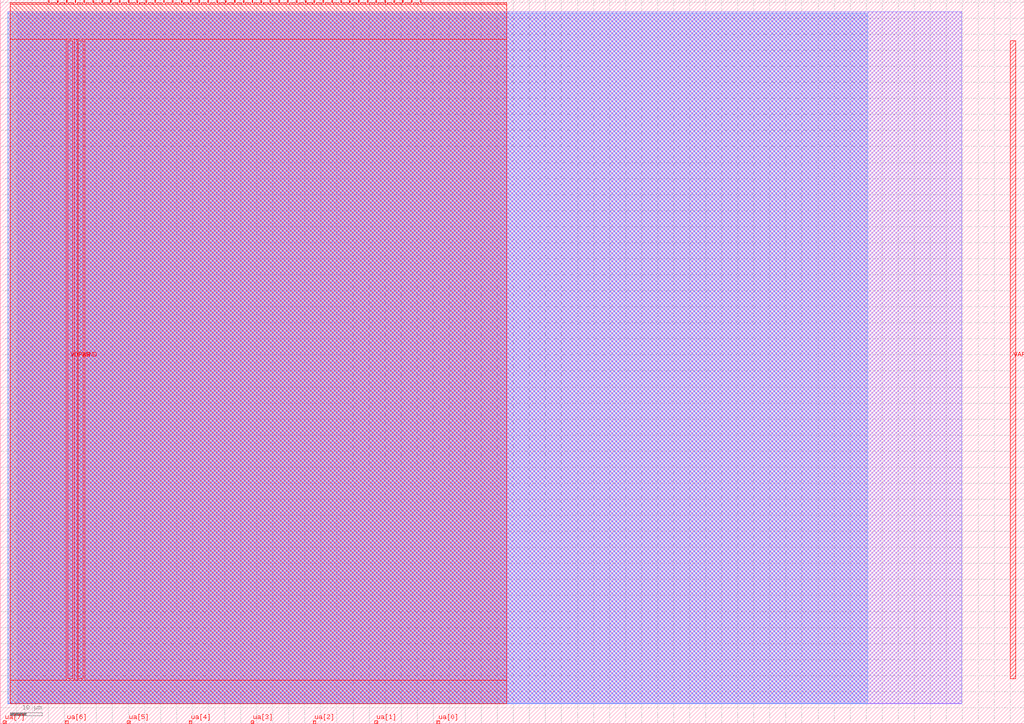
<source format=lef>
VERSION 5.7 ;
  NOWIREEXTENSIONATPIN ON ;
  DIVIDERCHAR "/" ;
  BUSBITCHARS "[]" ;
MACRO tt_um_tt08_aicd_playground
  CLASS BLOCK ;
  FOREIGN tt_um_tt08_aicd_playground ;
  ORIGIN 0.000 0.000 ;
  SIZE 319.240 BY 225.760 ;
  PIN VDPWR
    ANTENNAGATEAREA 1284.387451 ;
    ANTENNADIFFAREA 1983.205566 ;
    PORT
      LAYER met4 ;
        RECT 21.040 13.960 22.640 213.000 ;
    END
  END VDPWR
  PIN VGND
    USE GROUND ;
    PORT
      LAYER met4 ;
        RECT 24.340 13.960 25.940 213.000 ;
    END
  END VGND
  PIN VAPWR
    PORT
      LAYER met4 ;
        RECT 315.000 13.960 316.600 213.000 ;
    END
  END VAPWR
  PIN clk
    ANTENNAGATEAREA 0.852000 ;
    PORT
      LAYER met4 ;
        RECT 128.190 224.760 128.490 225.760 ;
    END
  END clk
  PIN ena
    PORT
      LAYER met4 ;
        RECT 130.950 224.760 131.250 225.760 ;
    END
  END ena
  PIN rst_n
    ANTENNAGATEAREA 0.196500 ;
    PORT
      LAYER met4 ;
        RECT 125.430 224.760 125.730 225.760 ;
    END
  END rst_n
  PIN ua[0]
    PORT
      LAYER met4 ;
        RECT 136.170 0.000 137.070 1.000 ;
    END
  END ua[0]
  PIN ua[1]
    PORT
      LAYER met4 ;
        RECT 116.850 0.000 117.750 1.000 ;
    END
  END ua[1]
  PIN ua[2]
    PORT
      LAYER met4 ;
        RECT 97.530 0.000 98.430 1.000 ;
    END
  END ua[2]
  PIN ua[3]
    PORT
      LAYER met4 ;
        RECT 78.210 0.000 79.110 1.000 ;
    END
  END ua[3]
  PIN ua[4]
    PORT
      LAYER met4 ;
        RECT 58.890 0.000 59.790 1.000 ;
    END
  END ua[4]
  PIN ua[5]
    PORT
      LAYER met4 ;
        RECT 39.570 0.000 40.470 1.000 ;
    END
  END ua[5]
  PIN ua[6]
    PORT
      LAYER met4 ;
        RECT 20.250 0.000 21.150 1.000 ;
    END
  END ua[6]
  PIN ua[7]
    PORT
      LAYER met4 ;
        RECT 0.930 0.000 1.830 1.000 ;
    END
  END ua[7]
  PIN ui_in[0]
    ANTENNAGATEAREA 0.196500 ;
    PORT
      LAYER met4 ;
        RECT 122.670 224.760 122.970 225.760 ;
    END
  END ui_in[0]
  PIN ui_in[1]
    PORT
      LAYER met4 ;
        RECT 119.910 224.760 120.210 225.760 ;
    END
  END ui_in[1]
  PIN ui_in[2]
    PORT
      LAYER met4 ;
        RECT 117.150 224.760 117.450 225.760 ;
    END
  END ui_in[2]
  PIN ui_in[3]
    PORT
      LAYER met4 ;
        RECT 114.390 224.760 114.690 225.760 ;
    END
  END ui_in[3]
  PIN ui_in[4]
    PORT
      LAYER met4 ;
        RECT 111.630 224.760 111.930 225.760 ;
    END
  END ui_in[4]
  PIN ui_in[5]
    PORT
      LAYER met4 ;
        RECT 108.870 224.760 109.170 225.760 ;
    END
  END ui_in[5]
  PIN ui_in[6]
    PORT
      LAYER met4 ;
        RECT 106.110 224.760 106.410 225.760 ;
    END
  END ui_in[6]
  PIN ui_in[7]
    PORT
      LAYER met4 ;
        RECT 103.350 224.760 103.650 225.760 ;
    END
  END ui_in[7]
  PIN uio_in[0]
    ANTENNAGATEAREA 0.196500 ;
    PORT
      LAYER met4 ;
        RECT 100.590 224.760 100.890 225.760 ;
    END
  END uio_in[0]
  PIN uio_in[1]
    PORT
      LAYER met4 ;
        RECT 97.830 224.760 98.130 225.760 ;
    END
  END uio_in[1]
  PIN uio_in[2]
    PORT
      LAYER met4 ;
        RECT 95.070 224.760 95.370 225.760 ;
    END
  END uio_in[2]
  PIN uio_in[3]
    ANTENNAGATEAREA 0.196500 ;
    PORT
      LAYER met4 ;
        RECT 92.310 224.760 92.610 225.760 ;
    END
  END uio_in[3]
  PIN uio_in[4]
    PORT
      LAYER met4 ;
        RECT 89.550 224.760 89.850 225.760 ;
    END
  END uio_in[4]
  PIN uio_in[5]
    PORT
      LAYER met4 ;
        RECT 86.790 224.760 87.090 225.760 ;
    END
  END uio_in[5]
  PIN uio_in[6]
    PORT
      LAYER met4 ;
        RECT 84.030 224.760 84.330 225.760 ;
    END
  END uio_in[6]
  PIN uio_in[7]
    PORT
      LAYER met4 ;
        RECT 81.270 224.760 81.570 225.760 ;
    END
  END uio_in[7]
  PIN uio_oe[0]
    ANTENNADIFFAREA 0.445500 ;
    PORT
      LAYER met4 ;
        RECT 34.350 224.760 34.650 225.760 ;
    END
  END uio_oe[0]
  PIN uio_oe[1]
    ANTENNADIFFAREA 0.445500 ;
    PORT
      LAYER met4 ;
        RECT 31.590 224.760 31.890 225.760 ;
    END
  END uio_oe[1]
  PIN uio_oe[2]
    ANTENNADIFFAREA 0.445500 ;
    PORT
      LAYER met4 ;
        RECT 28.830 224.760 29.130 225.760 ;
    END
  END uio_oe[2]
  PIN uio_oe[3]
    ANTENNADIFFAREA 0.445500 ;
    PORT
      LAYER met4 ;
        RECT 26.070 224.760 26.370 225.760 ;
    END
  END uio_oe[3]
  PIN uio_oe[4]
    ANTENNADIFFAREA 0.445500 ;
    PORT
      LAYER met4 ;
        RECT 23.310 224.760 23.610 225.760 ;
    END
  END uio_oe[4]
  PIN uio_oe[5]
    ANTENNADIFFAREA 0.445500 ;
    PORT
      LAYER met4 ;
        RECT 20.550 224.760 20.850 225.760 ;
    END
  END uio_oe[5]
  PIN uio_oe[6]
    ANTENNADIFFAREA 0.445500 ;
    PORT
      LAYER met4 ;
        RECT 17.790 224.760 18.090 225.760 ;
    END
  END uio_oe[6]
  PIN uio_oe[7]
    ANTENNADIFFAREA 0.445500 ;
    PORT
      LAYER met4 ;
        RECT 15.030 224.760 15.330 225.760 ;
    END
  END uio_oe[7]
  PIN uio_out[0]
    ANTENNADIFFAREA 0.445500 ;
    PORT
      LAYER met4 ;
        RECT 56.430 224.760 56.730 225.760 ;
    END
  END uio_out[0]
  PIN uio_out[1]
    ANTENNADIFFAREA 0.445500 ;
    PORT
      LAYER met4 ;
        RECT 53.670 224.760 53.970 225.760 ;
    END
  END uio_out[1]
  PIN uio_out[2]
    ANTENNADIFFAREA 0.445500 ;
    PORT
      LAYER met4 ;
        RECT 50.910 224.760 51.210 225.760 ;
    END
  END uio_out[2]
  PIN uio_out[3]
    ANTENNADIFFAREA 0.445500 ;
    PORT
      LAYER met4 ;
        RECT 48.150 224.760 48.450 225.760 ;
    END
  END uio_out[3]
  PIN uio_out[4]
    ANTENNADIFFAREA 0.445500 ;
    PORT
      LAYER met4 ;
        RECT 45.390 224.760 45.690 225.760 ;
    END
  END uio_out[4]
  PIN uio_out[5]
    ANTENNADIFFAREA 0.445500 ;
    PORT
      LAYER met4 ;
        RECT 42.630 224.760 42.930 225.760 ;
    END
  END uio_out[5]
  PIN uio_out[6]
    ANTENNADIFFAREA 0.445500 ;
    PORT
      LAYER met4 ;
        RECT 39.870 224.760 40.170 225.760 ;
    END
  END uio_out[6]
  PIN uio_out[7]
    ANTENNADIFFAREA 0.445500 ;
    PORT
      LAYER met4 ;
        RECT 37.110 224.760 37.410 225.760 ;
    END
  END uio_out[7]
  PIN uo_out[0]
    ANTENNADIFFAREA 0.445500 ;
    PORT
      LAYER met4 ;
        RECT 78.510 224.760 78.810 225.760 ;
    END
  END uo_out[0]
  PIN uo_out[1]
    ANTENNADIFFAREA 0.445500 ;
    PORT
      LAYER met4 ;
        RECT 75.750 224.760 76.050 225.760 ;
    END
  END uo_out[1]
  PIN uo_out[2]
    ANTENNADIFFAREA 0.445500 ;
    PORT
      LAYER met4 ;
        RECT 72.990 224.760 73.290 225.760 ;
    END
  END uo_out[2]
  PIN uo_out[3]
    ANTENNADIFFAREA 0.445500 ;
    PORT
      LAYER met4 ;
        RECT 70.230 224.760 70.530 225.760 ;
    END
  END uo_out[3]
  PIN uo_out[4]
    ANTENNADIFFAREA 0.445500 ;
    PORT
      LAYER met4 ;
        RECT 67.470 224.760 67.770 225.760 ;
    END
  END uo_out[4]
  PIN uo_out[5]
    ANTENNADIFFAREA 0.445500 ;
    PORT
      LAYER met4 ;
        RECT 64.710 224.760 65.010 225.760 ;
    END
  END uo_out[5]
  PIN uo_out[6]
    ANTENNADIFFAREA 0.445500 ;
    PORT
      LAYER met4 ;
        RECT 61.950 224.760 62.250 225.760 ;
    END
  END uo_out[6]
  PIN uo_out[7]
    ANTENNADIFFAREA 0.445500 ;
    PORT
      LAYER met4 ;
        RECT 59.190 224.760 59.490 225.760 ;
    END
  END uo_out[7]
  OBS
      LAYER li1 ;
        RECT 5.520 6.395 299.875 222.085 ;
      LAYER met1 ;
        RECT 2.370 6.240 299.875 222.085 ;
      LAYER met2 ;
        RECT 2.390 6.295 270.565 221.625 ;
      LAYER met3 ;
        RECT 2.365 6.315 270.565 221.625 ;
      LAYER met4 ;
        RECT 3.055 224.360 14.630 224.760 ;
        RECT 15.730 224.360 17.390 224.760 ;
        RECT 18.490 224.360 20.150 224.760 ;
        RECT 21.250 224.360 22.910 224.760 ;
        RECT 24.010 224.360 25.670 224.760 ;
        RECT 26.770 224.360 28.430 224.760 ;
        RECT 29.530 224.360 31.190 224.760 ;
        RECT 32.290 224.360 33.950 224.760 ;
        RECT 35.050 224.360 36.710 224.760 ;
        RECT 37.810 224.360 39.470 224.760 ;
        RECT 40.570 224.360 42.230 224.760 ;
        RECT 43.330 224.360 44.990 224.760 ;
        RECT 46.090 224.360 47.750 224.760 ;
        RECT 48.850 224.360 50.510 224.760 ;
        RECT 51.610 224.360 53.270 224.760 ;
        RECT 54.370 224.360 56.030 224.760 ;
        RECT 57.130 224.360 58.790 224.760 ;
        RECT 59.890 224.360 61.550 224.760 ;
        RECT 62.650 224.360 64.310 224.760 ;
        RECT 65.410 224.360 67.070 224.760 ;
        RECT 68.170 224.360 69.830 224.760 ;
        RECT 70.930 224.360 72.590 224.760 ;
        RECT 73.690 224.360 75.350 224.760 ;
        RECT 76.450 224.360 78.110 224.760 ;
        RECT 79.210 224.360 80.870 224.760 ;
        RECT 81.970 224.360 83.630 224.760 ;
        RECT 84.730 224.360 86.390 224.760 ;
        RECT 87.490 224.360 89.150 224.760 ;
        RECT 90.250 224.360 91.910 224.760 ;
        RECT 93.010 224.360 94.670 224.760 ;
        RECT 95.770 224.360 97.430 224.760 ;
        RECT 98.530 224.360 100.190 224.760 ;
        RECT 101.290 224.360 102.950 224.760 ;
        RECT 104.050 224.360 105.710 224.760 ;
        RECT 106.810 224.360 108.470 224.760 ;
        RECT 109.570 224.360 111.230 224.760 ;
        RECT 112.330 224.360 113.990 224.760 ;
        RECT 115.090 224.360 116.750 224.760 ;
        RECT 117.850 224.360 119.510 224.760 ;
        RECT 120.610 224.360 122.270 224.760 ;
        RECT 123.370 224.360 125.030 224.760 ;
        RECT 126.130 224.360 127.790 224.760 ;
        RECT 128.890 224.360 130.550 224.760 ;
        RECT 131.650 224.360 157.945 224.760 ;
        RECT 3.055 213.400 157.945 224.360 ;
        RECT 3.055 13.560 20.640 213.400 ;
        RECT 23.040 13.560 23.940 213.400 ;
        RECT 26.340 13.560 157.945 213.400 ;
        RECT 3.055 6.240 157.945 13.560 ;
  END
END tt_um_tt08_aicd_playground
END LIBRARY


</source>
